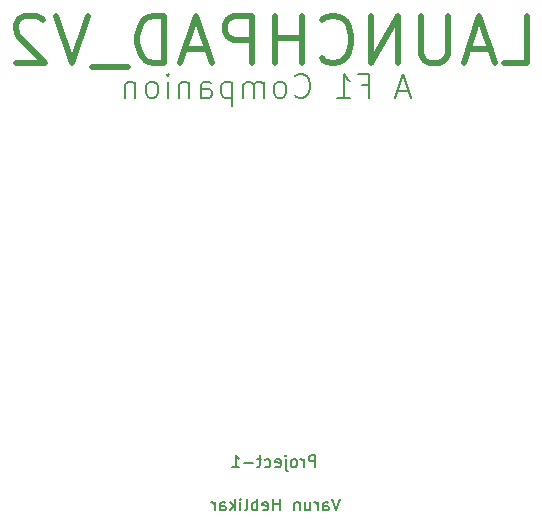
<source format=gbr>
%TF.GenerationSoftware,KiCad,Pcbnew,9.0.2*%
%TF.CreationDate,2025-07-29T19:40:39-04:00*%
%TF.ProjectId,LaunchPad_V2,4c61756e-6368-4506-9164-5f56322e6b69,rev?*%
%TF.SameCoordinates,Original*%
%TF.FileFunction,Legend,Bot*%
%TF.FilePolarity,Positive*%
%FSLAX46Y46*%
G04 Gerber Fmt 4.6, Leading zero omitted, Abs format (unit mm)*
G04 Created by KiCad (PCBNEW 9.0.2) date 2025-07-29 19:40:39*
%MOMM*%
%LPD*%
G01*
G04 APERTURE LIST*
%ADD10C,0.200000*%
%ADD11C,0.500000*%
G04 APERTURE END LIST*
D10*
X205713183Y-72717219D02*
X205379850Y-73717219D01*
X205379850Y-73717219D02*
X205046517Y-72717219D01*
X204284612Y-73717219D02*
X204284612Y-73193409D01*
X204284612Y-73193409D02*
X204332231Y-73098171D01*
X204332231Y-73098171D02*
X204427469Y-73050552D01*
X204427469Y-73050552D02*
X204617945Y-73050552D01*
X204617945Y-73050552D02*
X204713183Y-73098171D01*
X204284612Y-73669600D02*
X204379850Y-73717219D01*
X204379850Y-73717219D02*
X204617945Y-73717219D01*
X204617945Y-73717219D02*
X204713183Y-73669600D01*
X204713183Y-73669600D02*
X204760802Y-73574361D01*
X204760802Y-73574361D02*
X204760802Y-73479123D01*
X204760802Y-73479123D02*
X204713183Y-73383885D01*
X204713183Y-73383885D02*
X204617945Y-73336266D01*
X204617945Y-73336266D02*
X204379850Y-73336266D01*
X204379850Y-73336266D02*
X204284612Y-73288647D01*
X203808421Y-73717219D02*
X203808421Y-73050552D01*
X203808421Y-73241028D02*
X203760802Y-73145790D01*
X203760802Y-73145790D02*
X203713183Y-73098171D01*
X203713183Y-73098171D02*
X203617945Y-73050552D01*
X203617945Y-73050552D02*
X203522707Y-73050552D01*
X202760802Y-73050552D02*
X202760802Y-73717219D01*
X203189373Y-73050552D02*
X203189373Y-73574361D01*
X203189373Y-73574361D02*
X203141754Y-73669600D01*
X203141754Y-73669600D02*
X203046516Y-73717219D01*
X203046516Y-73717219D02*
X202903659Y-73717219D01*
X202903659Y-73717219D02*
X202808421Y-73669600D01*
X202808421Y-73669600D02*
X202760802Y-73621980D01*
X202284611Y-73050552D02*
X202284611Y-73717219D01*
X202284611Y-73145790D02*
X202236992Y-73098171D01*
X202236992Y-73098171D02*
X202141754Y-73050552D01*
X202141754Y-73050552D02*
X201998897Y-73050552D01*
X201998897Y-73050552D02*
X201903659Y-73098171D01*
X201903659Y-73098171D02*
X201856040Y-73193409D01*
X201856040Y-73193409D02*
X201856040Y-73717219D01*
X200617944Y-73717219D02*
X200617944Y-72717219D01*
X200617944Y-73193409D02*
X200046516Y-73193409D01*
X200046516Y-73717219D02*
X200046516Y-72717219D01*
X199189373Y-73669600D02*
X199284611Y-73717219D01*
X199284611Y-73717219D02*
X199475087Y-73717219D01*
X199475087Y-73717219D02*
X199570325Y-73669600D01*
X199570325Y-73669600D02*
X199617944Y-73574361D01*
X199617944Y-73574361D02*
X199617944Y-73193409D01*
X199617944Y-73193409D02*
X199570325Y-73098171D01*
X199570325Y-73098171D02*
X199475087Y-73050552D01*
X199475087Y-73050552D02*
X199284611Y-73050552D01*
X199284611Y-73050552D02*
X199189373Y-73098171D01*
X199189373Y-73098171D02*
X199141754Y-73193409D01*
X199141754Y-73193409D02*
X199141754Y-73288647D01*
X199141754Y-73288647D02*
X199617944Y-73383885D01*
X198713182Y-73717219D02*
X198713182Y-72717219D01*
X198713182Y-73098171D02*
X198617944Y-73050552D01*
X198617944Y-73050552D02*
X198427468Y-73050552D01*
X198427468Y-73050552D02*
X198332230Y-73098171D01*
X198332230Y-73098171D02*
X198284611Y-73145790D01*
X198284611Y-73145790D02*
X198236992Y-73241028D01*
X198236992Y-73241028D02*
X198236992Y-73526742D01*
X198236992Y-73526742D02*
X198284611Y-73621980D01*
X198284611Y-73621980D02*
X198332230Y-73669600D01*
X198332230Y-73669600D02*
X198427468Y-73717219D01*
X198427468Y-73717219D02*
X198617944Y-73717219D01*
X198617944Y-73717219D02*
X198713182Y-73669600D01*
X197665563Y-73717219D02*
X197760801Y-73669600D01*
X197760801Y-73669600D02*
X197808420Y-73574361D01*
X197808420Y-73574361D02*
X197808420Y-72717219D01*
X197284610Y-73717219D02*
X197284610Y-73050552D01*
X197284610Y-72717219D02*
X197332229Y-72764838D01*
X197332229Y-72764838D02*
X197284610Y-72812457D01*
X197284610Y-72812457D02*
X197236991Y-72764838D01*
X197236991Y-72764838D02*
X197284610Y-72717219D01*
X197284610Y-72717219D02*
X197284610Y-72812457D01*
X196808420Y-73717219D02*
X196808420Y-72717219D01*
X196713182Y-73336266D02*
X196427468Y-73717219D01*
X196427468Y-73050552D02*
X196808420Y-73431504D01*
X195570325Y-73717219D02*
X195570325Y-73193409D01*
X195570325Y-73193409D02*
X195617944Y-73098171D01*
X195617944Y-73098171D02*
X195713182Y-73050552D01*
X195713182Y-73050552D02*
X195903658Y-73050552D01*
X195903658Y-73050552D02*
X195998896Y-73098171D01*
X195570325Y-73669600D02*
X195665563Y-73717219D01*
X195665563Y-73717219D02*
X195903658Y-73717219D01*
X195903658Y-73717219D02*
X195998896Y-73669600D01*
X195998896Y-73669600D02*
X196046515Y-73574361D01*
X196046515Y-73574361D02*
X196046515Y-73479123D01*
X196046515Y-73479123D02*
X195998896Y-73383885D01*
X195998896Y-73383885D02*
X195903658Y-73336266D01*
X195903658Y-73336266D02*
X195665563Y-73336266D01*
X195665563Y-73336266D02*
X195570325Y-73288647D01*
X195094134Y-73717219D02*
X195094134Y-73050552D01*
X195094134Y-73241028D02*
X195046515Y-73145790D01*
X195046515Y-73145790D02*
X194998896Y-73098171D01*
X194998896Y-73098171D02*
X194903658Y-73050552D01*
X194903658Y-73050552D02*
X194808420Y-73050552D01*
X203630326Y-70057219D02*
X203630326Y-69057219D01*
X203630326Y-69057219D02*
X203249374Y-69057219D01*
X203249374Y-69057219D02*
X203154136Y-69104838D01*
X203154136Y-69104838D02*
X203106517Y-69152457D01*
X203106517Y-69152457D02*
X203058898Y-69247695D01*
X203058898Y-69247695D02*
X203058898Y-69390552D01*
X203058898Y-69390552D02*
X203106517Y-69485790D01*
X203106517Y-69485790D02*
X203154136Y-69533409D01*
X203154136Y-69533409D02*
X203249374Y-69581028D01*
X203249374Y-69581028D02*
X203630326Y-69581028D01*
X202630326Y-70057219D02*
X202630326Y-69390552D01*
X202630326Y-69581028D02*
X202582707Y-69485790D01*
X202582707Y-69485790D02*
X202535088Y-69438171D01*
X202535088Y-69438171D02*
X202439850Y-69390552D01*
X202439850Y-69390552D02*
X202344612Y-69390552D01*
X201868421Y-70057219D02*
X201963659Y-70009600D01*
X201963659Y-70009600D02*
X202011278Y-69961980D01*
X202011278Y-69961980D02*
X202058897Y-69866742D01*
X202058897Y-69866742D02*
X202058897Y-69581028D01*
X202058897Y-69581028D02*
X202011278Y-69485790D01*
X202011278Y-69485790D02*
X201963659Y-69438171D01*
X201963659Y-69438171D02*
X201868421Y-69390552D01*
X201868421Y-69390552D02*
X201725564Y-69390552D01*
X201725564Y-69390552D02*
X201630326Y-69438171D01*
X201630326Y-69438171D02*
X201582707Y-69485790D01*
X201582707Y-69485790D02*
X201535088Y-69581028D01*
X201535088Y-69581028D02*
X201535088Y-69866742D01*
X201535088Y-69866742D02*
X201582707Y-69961980D01*
X201582707Y-69961980D02*
X201630326Y-70009600D01*
X201630326Y-70009600D02*
X201725564Y-70057219D01*
X201725564Y-70057219D02*
X201868421Y-70057219D01*
X201106516Y-69390552D02*
X201106516Y-70247695D01*
X201106516Y-70247695D02*
X201154135Y-70342933D01*
X201154135Y-70342933D02*
X201249373Y-70390552D01*
X201249373Y-70390552D02*
X201296992Y-70390552D01*
X201106516Y-69057219D02*
X201154135Y-69104838D01*
X201154135Y-69104838D02*
X201106516Y-69152457D01*
X201106516Y-69152457D02*
X201058897Y-69104838D01*
X201058897Y-69104838D02*
X201106516Y-69057219D01*
X201106516Y-69057219D02*
X201106516Y-69152457D01*
X200249374Y-70009600D02*
X200344612Y-70057219D01*
X200344612Y-70057219D02*
X200535088Y-70057219D01*
X200535088Y-70057219D02*
X200630326Y-70009600D01*
X200630326Y-70009600D02*
X200677945Y-69914361D01*
X200677945Y-69914361D02*
X200677945Y-69533409D01*
X200677945Y-69533409D02*
X200630326Y-69438171D01*
X200630326Y-69438171D02*
X200535088Y-69390552D01*
X200535088Y-69390552D02*
X200344612Y-69390552D01*
X200344612Y-69390552D02*
X200249374Y-69438171D01*
X200249374Y-69438171D02*
X200201755Y-69533409D01*
X200201755Y-69533409D02*
X200201755Y-69628647D01*
X200201755Y-69628647D02*
X200677945Y-69723885D01*
X199344612Y-70009600D02*
X199439850Y-70057219D01*
X199439850Y-70057219D02*
X199630326Y-70057219D01*
X199630326Y-70057219D02*
X199725564Y-70009600D01*
X199725564Y-70009600D02*
X199773183Y-69961980D01*
X199773183Y-69961980D02*
X199820802Y-69866742D01*
X199820802Y-69866742D02*
X199820802Y-69581028D01*
X199820802Y-69581028D02*
X199773183Y-69485790D01*
X199773183Y-69485790D02*
X199725564Y-69438171D01*
X199725564Y-69438171D02*
X199630326Y-69390552D01*
X199630326Y-69390552D02*
X199439850Y-69390552D01*
X199439850Y-69390552D02*
X199344612Y-69438171D01*
X199058897Y-69390552D02*
X198677945Y-69390552D01*
X198916040Y-69057219D02*
X198916040Y-69914361D01*
X198916040Y-69914361D02*
X198868421Y-70009600D01*
X198868421Y-70009600D02*
X198773183Y-70057219D01*
X198773183Y-70057219D02*
X198677945Y-70057219D01*
X198344611Y-69676266D02*
X197582707Y-69676266D01*
X196582707Y-70057219D02*
X197154135Y-70057219D01*
X196868421Y-70057219D02*
X196868421Y-69057219D01*
X196868421Y-69057219D02*
X196963659Y-69200076D01*
X196963659Y-69200076D02*
X197058897Y-69295314D01*
X197058897Y-69295314D02*
X197154135Y-69342933D01*
X211537469Y-38203409D02*
X210585088Y-38203409D01*
X211727945Y-38774838D02*
X211061279Y-36774838D01*
X211061279Y-36774838D02*
X210394612Y-38774838D01*
X207537468Y-37727219D02*
X208204135Y-37727219D01*
X208204135Y-38774838D02*
X208204135Y-36774838D01*
X208204135Y-36774838D02*
X207251754Y-36774838D01*
X205442230Y-38774838D02*
X206585087Y-38774838D01*
X206013659Y-38774838D02*
X206013659Y-36774838D01*
X206013659Y-36774838D02*
X206204135Y-37060552D01*
X206204135Y-37060552D02*
X206394611Y-37251028D01*
X206394611Y-37251028D02*
X206585087Y-37346266D01*
X201918420Y-38584361D02*
X202013658Y-38679600D01*
X202013658Y-38679600D02*
X202299372Y-38774838D01*
X202299372Y-38774838D02*
X202489848Y-38774838D01*
X202489848Y-38774838D02*
X202775563Y-38679600D01*
X202775563Y-38679600D02*
X202966039Y-38489123D01*
X202966039Y-38489123D02*
X203061277Y-38298647D01*
X203061277Y-38298647D02*
X203156515Y-37917695D01*
X203156515Y-37917695D02*
X203156515Y-37631980D01*
X203156515Y-37631980D02*
X203061277Y-37251028D01*
X203061277Y-37251028D02*
X202966039Y-37060552D01*
X202966039Y-37060552D02*
X202775563Y-36870076D01*
X202775563Y-36870076D02*
X202489848Y-36774838D01*
X202489848Y-36774838D02*
X202299372Y-36774838D01*
X202299372Y-36774838D02*
X202013658Y-36870076D01*
X202013658Y-36870076D02*
X201918420Y-36965314D01*
X200775563Y-38774838D02*
X200966039Y-38679600D01*
X200966039Y-38679600D02*
X201061277Y-38584361D01*
X201061277Y-38584361D02*
X201156515Y-38393885D01*
X201156515Y-38393885D02*
X201156515Y-37822457D01*
X201156515Y-37822457D02*
X201061277Y-37631980D01*
X201061277Y-37631980D02*
X200966039Y-37536742D01*
X200966039Y-37536742D02*
X200775563Y-37441504D01*
X200775563Y-37441504D02*
X200489848Y-37441504D01*
X200489848Y-37441504D02*
X200299372Y-37536742D01*
X200299372Y-37536742D02*
X200204134Y-37631980D01*
X200204134Y-37631980D02*
X200108896Y-37822457D01*
X200108896Y-37822457D02*
X200108896Y-38393885D01*
X200108896Y-38393885D02*
X200204134Y-38584361D01*
X200204134Y-38584361D02*
X200299372Y-38679600D01*
X200299372Y-38679600D02*
X200489848Y-38774838D01*
X200489848Y-38774838D02*
X200775563Y-38774838D01*
X199251753Y-38774838D02*
X199251753Y-37441504D01*
X199251753Y-37631980D02*
X199156515Y-37536742D01*
X199156515Y-37536742D02*
X198966039Y-37441504D01*
X198966039Y-37441504D02*
X198680324Y-37441504D01*
X198680324Y-37441504D02*
X198489848Y-37536742D01*
X198489848Y-37536742D02*
X198394610Y-37727219D01*
X198394610Y-37727219D02*
X198394610Y-38774838D01*
X198394610Y-37727219D02*
X198299372Y-37536742D01*
X198299372Y-37536742D02*
X198108896Y-37441504D01*
X198108896Y-37441504D02*
X197823182Y-37441504D01*
X197823182Y-37441504D02*
X197632705Y-37536742D01*
X197632705Y-37536742D02*
X197537467Y-37727219D01*
X197537467Y-37727219D02*
X197537467Y-38774838D01*
X196585086Y-37441504D02*
X196585086Y-39441504D01*
X196585086Y-37536742D02*
X196394610Y-37441504D01*
X196394610Y-37441504D02*
X196013657Y-37441504D01*
X196013657Y-37441504D02*
X195823181Y-37536742D01*
X195823181Y-37536742D02*
X195727943Y-37631980D01*
X195727943Y-37631980D02*
X195632705Y-37822457D01*
X195632705Y-37822457D02*
X195632705Y-38393885D01*
X195632705Y-38393885D02*
X195727943Y-38584361D01*
X195727943Y-38584361D02*
X195823181Y-38679600D01*
X195823181Y-38679600D02*
X196013657Y-38774838D01*
X196013657Y-38774838D02*
X196394610Y-38774838D01*
X196394610Y-38774838D02*
X196585086Y-38679600D01*
X193918419Y-38774838D02*
X193918419Y-37727219D01*
X193918419Y-37727219D02*
X194013657Y-37536742D01*
X194013657Y-37536742D02*
X194204133Y-37441504D01*
X194204133Y-37441504D02*
X194585086Y-37441504D01*
X194585086Y-37441504D02*
X194775562Y-37536742D01*
X193918419Y-38679600D02*
X194108895Y-38774838D01*
X194108895Y-38774838D02*
X194585086Y-38774838D01*
X194585086Y-38774838D02*
X194775562Y-38679600D01*
X194775562Y-38679600D02*
X194870800Y-38489123D01*
X194870800Y-38489123D02*
X194870800Y-38298647D01*
X194870800Y-38298647D02*
X194775562Y-38108171D01*
X194775562Y-38108171D02*
X194585086Y-38012933D01*
X194585086Y-38012933D02*
X194108895Y-38012933D01*
X194108895Y-38012933D02*
X193918419Y-37917695D01*
X192966038Y-37441504D02*
X192966038Y-38774838D01*
X192966038Y-37631980D02*
X192870800Y-37536742D01*
X192870800Y-37536742D02*
X192680324Y-37441504D01*
X192680324Y-37441504D02*
X192394609Y-37441504D01*
X192394609Y-37441504D02*
X192204133Y-37536742D01*
X192204133Y-37536742D02*
X192108895Y-37727219D01*
X192108895Y-37727219D02*
X192108895Y-38774838D01*
X191156514Y-38774838D02*
X191156514Y-37441504D01*
X191156514Y-36774838D02*
X191251752Y-36870076D01*
X191251752Y-36870076D02*
X191156514Y-36965314D01*
X191156514Y-36965314D02*
X191061276Y-36870076D01*
X191061276Y-36870076D02*
X191156514Y-36774838D01*
X191156514Y-36774838D02*
X191156514Y-36965314D01*
X189918419Y-38774838D02*
X190108895Y-38679600D01*
X190108895Y-38679600D02*
X190204133Y-38584361D01*
X190204133Y-38584361D02*
X190299371Y-38393885D01*
X190299371Y-38393885D02*
X190299371Y-37822457D01*
X190299371Y-37822457D02*
X190204133Y-37631980D01*
X190204133Y-37631980D02*
X190108895Y-37536742D01*
X190108895Y-37536742D02*
X189918419Y-37441504D01*
X189918419Y-37441504D02*
X189632704Y-37441504D01*
X189632704Y-37441504D02*
X189442228Y-37536742D01*
X189442228Y-37536742D02*
X189346990Y-37631980D01*
X189346990Y-37631980D02*
X189251752Y-37822457D01*
X189251752Y-37822457D02*
X189251752Y-38393885D01*
X189251752Y-38393885D02*
X189346990Y-38584361D01*
X189346990Y-38584361D02*
X189442228Y-38679600D01*
X189442228Y-38679600D02*
X189632704Y-38774838D01*
X189632704Y-38774838D02*
X189918419Y-38774838D01*
X188394609Y-37441504D02*
X188394609Y-38774838D01*
X188394609Y-37631980D02*
X188299371Y-37536742D01*
X188299371Y-37536742D02*
X188108895Y-37441504D01*
X188108895Y-37441504D02*
X187823180Y-37441504D01*
X187823180Y-37441504D02*
X187632704Y-37536742D01*
X187632704Y-37536742D02*
X187537466Y-37727219D01*
X187537466Y-37727219D02*
X187537466Y-38774838D01*
D11*
X219603910Y-35834476D02*
X221508672Y-35834476D01*
X221508672Y-35834476D02*
X221508672Y-31834476D01*
X218461053Y-34691619D02*
X216556291Y-34691619D01*
X218842005Y-35834476D02*
X217508672Y-31834476D01*
X217508672Y-31834476D02*
X216175338Y-35834476D01*
X214842006Y-31834476D02*
X214842006Y-35072571D01*
X214842006Y-35072571D02*
X214651529Y-35453523D01*
X214651529Y-35453523D02*
X214461053Y-35644000D01*
X214461053Y-35644000D02*
X214080101Y-35834476D01*
X214080101Y-35834476D02*
X213318196Y-35834476D01*
X213318196Y-35834476D02*
X212937244Y-35644000D01*
X212937244Y-35644000D02*
X212746767Y-35453523D01*
X212746767Y-35453523D02*
X212556291Y-35072571D01*
X212556291Y-35072571D02*
X212556291Y-31834476D01*
X210651530Y-35834476D02*
X210651530Y-31834476D01*
X210651530Y-31834476D02*
X208365815Y-35834476D01*
X208365815Y-35834476D02*
X208365815Y-31834476D01*
X204175339Y-35453523D02*
X204365815Y-35644000D01*
X204365815Y-35644000D02*
X204937244Y-35834476D01*
X204937244Y-35834476D02*
X205318196Y-35834476D01*
X205318196Y-35834476D02*
X205889625Y-35644000D01*
X205889625Y-35644000D02*
X206270577Y-35263047D01*
X206270577Y-35263047D02*
X206461054Y-34882095D01*
X206461054Y-34882095D02*
X206651530Y-34120190D01*
X206651530Y-34120190D02*
X206651530Y-33548761D01*
X206651530Y-33548761D02*
X206461054Y-32786857D01*
X206461054Y-32786857D02*
X206270577Y-32405904D01*
X206270577Y-32405904D02*
X205889625Y-32024952D01*
X205889625Y-32024952D02*
X205318196Y-31834476D01*
X205318196Y-31834476D02*
X204937244Y-31834476D01*
X204937244Y-31834476D02*
X204365815Y-32024952D01*
X204365815Y-32024952D02*
X204175339Y-32215428D01*
X202461054Y-35834476D02*
X202461054Y-31834476D01*
X202461054Y-33739238D02*
X200175339Y-33739238D01*
X200175339Y-35834476D02*
X200175339Y-31834476D01*
X198270578Y-35834476D02*
X198270578Y-31834476D01*
X198270578Y-31834476D02*
X196746768Y-31834476D01*
X196746768Y-31834476D02*
X196365816Y-32024952D01*
X196365816Y-32024952D02*
X196175339Y-32215428D01*
X196175339Y-32215428D02*
X195984863Y-32596380D01*
X195984863Y-32596380D02*
X195984863Y-33167809D01*
X195984863Y-33167809D02*
X196175339Y-33548761D01*
X196175339Y-33548761D02*
X196365816Y-33739238D01*
X196365816Y-33739238D02*
X196746768Y-33929714D01*
X196746768Y-33929714D02*
X198270578Y-33929714D01*
X194461054Y-34691619D02*
X192556292Y-34691619D01*
X194842006Y-35834476D02*
X193508673Y-31834476D01*
X193508673Y-31834476D02*
X192175339Y-35834476D01*
X190842007Y-35834476D02*
X190842007Y-31834476D01*
X190842007Y-31834476D02*
X189889626Y-31834476D01*
X189889626Y-31834476D02*
X189318197Y-32024952D01*
X189318197Y-32024952D02*
X188937245Y-32405904D01*
X188937245Y-32405904D02*
X188746768Y-32786857D01*
X188746768Y-32786857D02*
X188556292Y-33548761D01*
X188556292Y-33548761D02*
X188556292Y-34120190D01*
X188556292Y-34120190D02*
X188746768Y-34882095D01*
X188746768Y-34882095D02*
X188937245Y-35263047D01*
X188937245Y-35263047D02*
X189318197Y-35644000D01*
X189318197Y-35644000D02*
X189889626Y-35834476D01*
X189889626Y-35834476D02*
X190842007Y-35834476D01*
X187794388Y-36215428D02*
X184746768Y-36215428D01*
X184365816Y-31834476D02*
X183032483Y-35834476D01*
X183032483Y-35834476D02*
X181699149Y-31834476D01*
X180556293Y-32215428D02*
X180365817Y-32024952D01*
X180365817Y-32024952D02*
X179984864Y-31834476D01*
X179984864Y-31834476D02*
X179032483Y-31834476D01*
X179032483Y-31834476D02*
X178651531Y-32024952D01*
X178651531Y-32024952D02*
X178461055Y-32215428D01*
X178461055Y-32215428D02*
X178270578Y-32596380D01*
X178270578Y-32596380D02*
X178270578Y-32977333D01*
X178270578Y-32977333D02*
X178461055Y-33548761D01*
X178461055Y-33548761D02*
X180746769Y-35834476D01*
X180746769Y-35834476D02*
X178270578Y-35834476D01*
M02*

</source>
